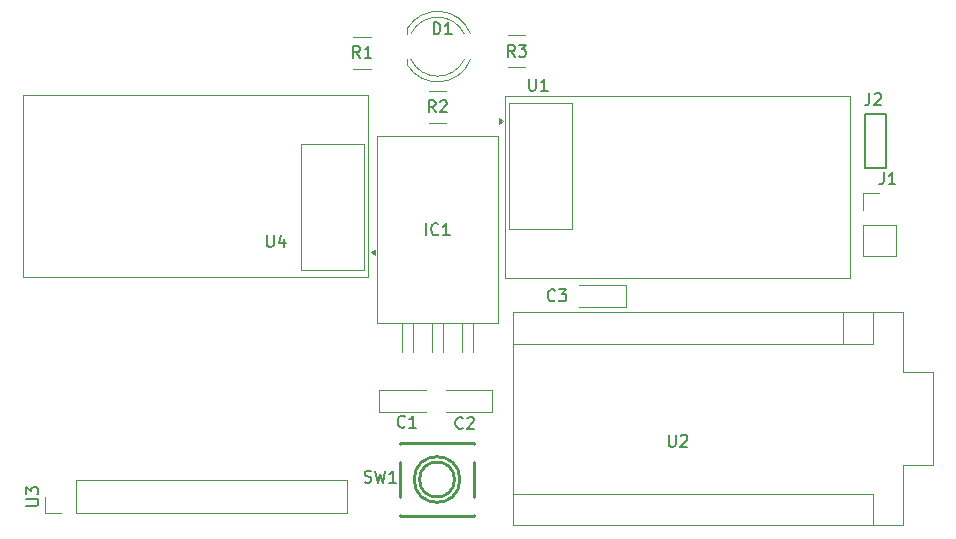
<source format=gbr>
%TF.GenerationSoftware,KiCad,Pcbnew,9.0.2*%
%TF.CreationDate,2025-07-30T22:52:36+05:30*%
%TF.ProjectId,VoidLens VR PCB,566f6964-4c65-46e7-9320-565220504342,rev?*%
%TF.SameCoordinates,Original*%
%TF.FileFunction,Legend,Top*%
%TF.FilePolarity,Positive*%
%FSLAX46Y46*%
G04 Gerber Fmt 4.6, Leading zero omitted, Abs format (unit mm)*
G04 Created by KiCad (PCBNEW 9.0.2) date 2025-07-30 22:52:36*
%MOMM*%
%LPD*%
G01*
G04 APERTURE LIST*
%ADD10C,0.150000*%
%ADD11C,0.120000*%
%ADD12C,0.254000*%
G04 APERTURE END LIST*
D10*
X138433333Y-80654819D02*
X138100000Y-80178628D01*
X137861905Y-80654819D02*
X137861905Y-79654819D01*
X137861905Y-79654819D02*
X138242857Y-79654819D01*
X138242857Y-79654819D02*
X138338095Y-79702438D01*
X138338095Y-79702438D02*
X138385714Y-79750057D01*
X138385714Y-79750057D02*
X138433333Y-79845295D01*
X138433333Y-79845295D02*
X138433333Y-79988152D01*
X138433333Y-79988152D02*
X138385714Y-80083390D01*
X138385714Y-80083390D02*
X138338095Y-80131009D01*
X138338095Y-80131009D02*
X138242857Y-80178628D01*
X138242857Y-80178628D02*
X137861905Y-80178628D01*
X139385714Y-80654819D02*
X138814286Y-80654819D01*
X139100000Y-80654819D02*
X139100000Y-79654819D01*
X139100000Y-79654819D02*
X139004762Y-79797676D01*
X139004762Y-79797676D02*
X138909524Y-79892914D01*
X138909524Y-79892914D02*
X138814286Y-79940533D01*
X152738095Y-82429819D02*
X152738095Y-83239342D01*
X152738095Y-83239342D02*
X152785714Y-83334580D01*
X152785714Y-83334580D02*
X152833333Y-83382200D01*
X152833333Y-83382200D02*
X152928571Y-83429819D01*
X152928571Y-83429819D02*
X153119047Y-83429819D01*
X153119047Y-83429819D02*
X153214285Y-83382200D01*
X153214285Y-83382200D02*
X153261904Y-83334580D01*
X153261904Y-83334580D02*
X153309523Y-83239342D01*
X153309523Y-83239342D02*
X153309523Y-82429819D01*
X154309523Y-83429819D02*
X153738095Y-83429819D01*
X154023809Y-83429819D02*
X154023809Y-82429819D01*
X154023809Y-82429819D02*
X153928571Y-82572676D01*
X153928571Y-82572676D02*
X153833333Y-82667914D01*
X153833333Y-82667914D02*
X153738095Y-82715533D01*
X110174819Y-118561904D02*
X110984342Y-118561904D01*
X110984342Y-118561904D02*
X111079580Y-118514285D01*
X111079580Y-118514285D02*
X111127200Y-118466666D01*
X111127200Y-118466666D02*
X111174819Y-118371428D01*
X111174819Y-118371428D02*
X111174819Y-118180952D01*
X111174819Y-118180952D02*
X111127200Y-118085714D01*
X111127200Y-118085714D02*
X111079580Y-118038095D01*
X111079580Y-118038095D02*
X110984342Y-117990476D01*
X110984342Y-117990476D02*
X110174819Y-117990476D01*
X110174819Y-117609523D02*
X110174819Y-116990476D01*
X110174819Y-116990476D02*
X110555771Y-117323809D01*
X110555771Y-117323809D02*
X110555771Y-117180952D01*
X110555771Y-117180952D02*
X110603390Y-117085714D01*
X110603390Y-117085714D02*
X110651009Y-117038095D01*
X110651009Y-117038095D02*
X110746247Y-116990476D01*
X110746247Y-116990476D02*
X110984342Y-116990476D01*
X110984342Y-116990476D02*
X111079580Y-117038095D01*
X111079580Y-117038095D02*
X111127200Y-117085714D01*
X111127200Y-117085714D02*
X111174819Y-117180952D01*
X111174819Y-117180952D02*
X111174819Y-117466666D01*
X111174819Y-117466666D02*
X111127200Y-117561904D01*
X111127200Y-117561904D02*
X111079580Y-117609523D01*
X142233333Y-111859580D02*
X142185714Y-111907200D01*
X142185714Y-111907200D02*
X142042857Y-111954819D01*
X142042857Y-111954819D02*
X141947619Y-111954819D01*
X141947619Y-111954819D02*
X141804762Y-111907200D01*
X141804762Y-111907200D02*
X141709524Y-111811961D01*
X141709524Y-111811961D02*
X141661905Y-111716723D01*
X141661905Y-111716723D02*
X141614286Y-111526247D01*
X141614286Y-111526247D02*
X141614286Y-111383390D01*
X141614286Y-111383390D02*
X141661905Y-111192914D01*
X141661905Y-111192914D02*
X141709524Y-111097676D01*
X141709524Y-111097676D02*
X141804762Y-111002438D01*
X141804762Y-111002438D02*
X141947619Y-110954819D01*
X141947619Y-110954819D02*
X142042857Y-110954819D01*
X142042857Y-110954819D02*
X142185714Y-111002438D01*
X142185714Y-111002438D02*
X142233333Y-111050057D01*
X143185714Y-111954819D02*
X142614286Y-111954819D01*
X142900000Y-111954819D02*
X142900000Y-110954819D01*
X142900000Y-110954819D02*
X142804762Y-111097676D01*
X142804762Y-111097676D02*
X142709524Y-111192914D01*
X142709524Y-111192914D02*
X142614286Y-111240533D01*
X182766666Y-90354819D02*
X182766666Y-91069104D01*
X182766666Y-91069104D02*
X182719047Y-91211961D01*
X182719047Y-91211961D02*
X182623809Y-91307200D01*
X182623809Y-91307200D02*
X182480952Y-91354819D01*
X182480952Y-91354819D02*
X182385714Y-91354819D01*
X183766666Y-91354819D02*
X183195238Y-91354819D01*
X183480952Y-91354819D02*
X183480952Y-90354819D01*
X183480952Y-90354819D02*
X183385714Y-90497676D01*
X183385714Y-90497676D02*
X183290476Y-90592914D01*
X183290476Y-90592914D02*
X183195238Y-90640533D01*
X130538095Y-95654819D02*
X130538095Y-96464342D01*
X130538095Y-96464342D02*
X130585714Y-96559580D01*
X130585714Y-96559580D02*
X130633333Y-96607200D01*
X130633333Y-96607200D02*
X130728571Y-96654819D01*
X130728571Y-96654819D02*
X130919047Y-96654819D01*
X130919047Y-96654819D02*
X131014285Y-96607200D01*
X131014285Y-96607200D02*
X131061904Y-96559580D01*
X131061904Y-96559580D02*
X131109523Y-96464342D01*
X131109523Y-96464342D02*
X131109523Y-95654819D01*
X132014285Y-95988152D02*
X132014285Y-96654819D01*
X131776190Y-95607200D02*
X131538095Y-96321485D01*
X131538095Y-96321485D02*
X132157142Y-96321485D01*
X144833333Y-85254819D02*
X144500000Y-84778628D01*
X144261905Y-85254819D02*
X144261905Y-84254819D01*
X144261905Y-84254819D02*
X144642857Y-84254819D01*
X144642857Y-84254819D02*
X144738095Y-84302438D01*
X144738095Y-84302438D02*
X144785714Y-84350057D01*
X144785714Y-84350057D02*
X144833333Y-84445295D01*
X144833333Y-84445295D02*
X144833333Y-84588152D01*
X144833333Y-84588152D02*
X144785714Y-84683390D01*
X144785714Y-84683390D02*
X144738095Y-84731009D01*
X144738095Y-84731009D02*
X144642857Y-84778628D01*
X144642857Y-84778628D02*
X144261905Y-84778628D01*
X145214286Y-84350057D02*
X145261905Y-84302438D01*
X145261905Y-84302438D02*
X145357143Y-84254819D01*
X145357143Y-84254819D02*
X145595238Y-84254819D01*
X145595238Y-84254819D02*
X145690476Y-84302438D01*
X145690476Y-84302438D02*
X145738095Y-84350057D01*
X145738095Y-84350057D02*
X145785714Y-84445295D01*
X145785714Y-84445295D02*
X145785714Y-84540533D01*
X145785714Y-84540533D02*
X145738095Y-84683390D01*
X145738095Y-84683390D02*
X145166667Y-85254819D01*
X145166667Y-85254819D02*
X145785714Y-85254819D01*
X144661905Y-78654819D02*
X144661905Y-77654819D01*
X144661905Y-77654819D02*
X144900000Y-77654819D01*
X144900000Y-77654819D02*
X145042857Y-77702438D01*
X145042857Y-77702438D02*
X145138095Y-77797676D01*
X145138095Y-77797676D02*
X145185714Y-77892914D01*
X145185714Y-77892914D02*
X145233333Y-78083390D01*
X145233333Y-78083390D02*
X145233333Y-78226247D01*
X145233333Y-78226247D02*
X145185714Y-78416723D01*
X145185714Y-78416723D02*
X145138095Y-78511961D01*
X145138095Y-78511961D02*
X145042857Y-78607200D01*
X145042857Y-78607200D02*
X144900000Y-78654819D01*
X144900000Y-78654819D02*
X144661905Y-78654819D01*
X146185714Y-78654819D02*
X145614286Y-78654819D01*
X145900000Y-78654819D02*
X145900000Y-77654819D01*
X145900000Y-77654819D02*
X145804762Y-77797676D01*
X145804762Y-77797676D02*
X145709524Y-77892914D01*
X145709524Y-77892914D02*
X145614286Y-77940533D01*
X151533333Y-80554819D02*
X151200000Y-80078628D01*
X150961905Y-80554819D02*
X150961905Y-79554819D01*
X150961905Y-79554819D02*
X151342857Y-79554819D01*
X151342857Y-79554819D02*
X151438095Y-79602438D01*
X151438095Y-79602438D02*
X151485714Y-79650057D01*
X151485714Y-79650057D02*
X151533333Y-79745295D01*
X151533333Y-79745295D02*
X151533333Y-79888152D01*
X151533333Y-79888152D02*
X151485714Y-79983390D01*
X151485714Y-79983390D02*
X151438095Y-80031009D01*
X151438095Y-80031009D02*
X151342857Y-80078628D01*
X151342857Y-80078628D02*
X150961905Y-80078628D01*
X151866667Y-79554819D02*
X152485714Y-79554819D01*
X152485714Y-79554819D02*
X152152381Y-79935771D01*
X152152381Y-79935771D02*
X152295238Y-79935771D01*
X152295238Y-79935771D02*
X152390476Y-79983390D01*
X152390476Y-79983390D02*
X152438095Y-80031009D01*
X152438095Y-80031009D02*
X152485714Y-80126247D01*
X152485714Y-80126247D02*
X152485714Y-80364342D01*
X152485714Y-80364342D02*
X152438095Y-80459580D01*
X152438095Y-80459580D02*
X152390476Y-80507200D01*
X152390476Y-80507200D02*
X152295238Y-80554819D01*
X152295238Y-80554819D02*
X152009524Y-80554819D01*
X152009524Y-80554819D02*
X151914286Y-80507200D01*
X151914286Y-80507200D02*
X151866667Y-80459580D01*
X181566666Y-83654819D02*
X181566666Y-84369104D01*
X181566666Y-84369104D02*
X181519047Y-84511961D01*
X181519047Y-84511961D02*
X181423809Y-84607200D01*
X181423809Y-84607200D02*
X181280952Y-84654819D01*
X181280952Y-84654819D02*
X181185714Y-84654819D01*
X181995238Y-83750057D02*
X182042857Y-83702438D01*
X182042857Y-83702438D02*
X182138095Y-83654819D01*
X182138095Y-83654819D02*
X182376190Y-83654819D01*
X182376190Y-83654819D02*
X182471428Y-83702438D01*
X182471428Y-83702438D02*
X182519047Y-83750057D01*
X182519047Y-83750057D02*
X182566666Y-83845295D01*
X182566666Y-83845295D02*
X182566666Y-83940533D01*
X182566666Y-83940533D02*
X182519047Y-84083390D01*
X182519047Y-84083390D02*
X181947619Y-84654819D01*
X181947619Y-84654819D02*
X182566666Y-84654819D01*
X147133333Y-111959580D02*
X147085714Y-112007200D01*
X147085714Y-112007200D02*
X146942857Y-112054819D01*
X146942857Y-112054819D02*
X146847619Y-112054819D01*
X146847619Y-112054819D02*
X146704762Y-112007200D01*
X146704762Y-112007200D02*
X146609524Y-111911961D01*
X146609524Y-111911961D02*
X146561905Y-111816723D01*
X146561905Y-111816723D02*
X146514286Y-111626247D01*
X146514286Y-111626247D02*
X146514286Y-111483390D01*
X146514286Y-111483390D02*
X146561905Y-111292914D01*
X146561905Y-111292914D02*
X146609524Y-111197676D01*
X146609524Y-111197676D02*
X146704762Y-111102438D01*
X146704762Y-111102438D02*
X146847619Y-111054819D01*
X146847619Y-111054819D02*
X146942857Y-111054819D01*
X146942857Y-111054819D02*
X147085714Y-111102438D01*
X147085714Y-111102438D02*
X147133333Y-111150057D01*
X147514286Y-111150057D02*
X147561905Y-111102438D01*
X147561905Y-111102438D02*
X147657143Y-111054819D01*
X147657143Y-111054819D02*
X147895238Y-111054819D01*
X147895238Y-111054819D02*
X147990476Y-111102438D01*
X147990476Y-111102438D02*
X148038095Y-111150057D01*
X148038095Y-111150057D02*
X148085714Y-111245295D01*
X148085714Y-111245295D02*
X148085714Y-111340533D01*
X148085714Y-111340533D02*
X148038095Y-111483390D01*
X148038095Y-111483390D02*
X147466667Y-112054819D01*
X147466667Y-112054819D02*
X148085714Y-112054819D01*
X144023810Y-95654819D02*
X144023810Y-94654819D01*
X145071428Y-95559580D02*
X145023809Y-95607200D01*
X145023809Y-95607200D02*
X144880952Y-95654819D01*
X144880952Y-95654819D02*
X144785714Y-95654819D01*
X144785714Y-95654819D02*
X144642857Y-95607200D01*
X144642857Y-95607200D02*
X144547619Y-95511961D01*
X144547619Y-95511961D02*
X144500000Y-95416723D01*
X144500000Y-95416723D02*
X144452381Y-95226247D01*
X144452381Y-95226247D02*
X144452381Y-95083390D01*
X144452381Y-95083390D02*
X144500000Y-94892914D01*
X144500000Y-94892914D02*
X144547619Y-94797676D01*
X144547619Y-94797676D02*
X144642857Y-94702438D01*
X144642857Y-94702438D02*
X144785714Y-94654819D01*
X144785714Y-94654819D02*
X144880952Y-94654819D01*
X144880952Y-94654819D02*
X145023809Y-94702438D01*
X145023809Y-94702438D02*
X145071428Y-94750057D01*
X146023809Y-95654819D02*
X145452381Y-95654819D01*
X145738095Y-95654819D02*
X145738095Y-94654819D01*
X145738095Y-94654819D02*
X145642857Y-94797676D01*
X145642857Y-94797676D02*
X145547619Y-94892914D01*
X145547619Y-94892914D02*
X145452381Y-94940533D01*
X154933333Y-101159580D02*
X154885714Y-101207200D01*
X154885714Y-101207200D02*
X154742857Y-101254819D01*
X154742857Y-101254819D02*
X154647619Y-101254819D01*
X154647619Y-101254819D02*
X154504762Y-101207200D01*
X154504762Y-101207200D02*
X154409524Y-101111961D01*
X154409524Y-101111961D02*
X154361905Y-101016723D01*
X154361905Y-101016723D02*
X154314286Y-100826247D01*
X154314286Y-100826247D02*
X154314286Y-100683390D01*
X154314286Y-100683390D02*
X154361905Y-100492914D01*
X154361905Y-100492914D02*
X154409524Y-100397676D01*
X154409524Y-100397676D02*
X154504762Y-100302438D01*
X154504762Y-100302438D02*
X154647619Y-100254819D01*
X154647619Y-100254819D02*
X154742857Y-100254819D01*
X154742857Y-100254819D02*
X154885714Y-100302438D01*
X154885714Y-100302438D02*
X154933333Y-100350057D01*
X155266667Y-100254819D02*
X155885714Y-100254819D01*
X155885714Y-100254819D02*
X155552381Y-100635771D01*
X155552381Y-100635771D02*
X155695238Y-100635771D01*
X155695238Y-100635771D02*
X155790476Y-100683390D01*
X155790476Y-100683390D02*
X155838095Y-100731009D01*
X155838095Y-100731009D02*
X155885714Y-100826247D01*
X155885714Y-100826247D02*
X155885714Y-101064342D01*
X155885714Y-101064342D02*
X155838095Y-101159580D01*
X155838095Y-101159580D02*
X155790476Y-101207200D01*
X155790476Y-101207200D02*
X155695238Y-101254819D01*
X155695238Y-101254819D02*
X155409524Y-101254819D01*
X155409524Y-101254819D02*
X155314286Y-101207200D01*
X155314286Y-101207200D02*
X155266667Y-101159580D01*
X138816667Y-116557200D02*
X138959524Y-116604819D01*
X138959524Y-116604819D02*
X139197619Y-116604819D01*
X139197619Y-116604819D02*
X139292857Y-116557200D01*
X139292857Y-116557200D02*
X139340476Y-116509580D01*
X139340476Y-116509580D02*
X139388095Y-116414342D01*
X139388095Y-116414342D02*
X139388095Y-116319104D01*
X139388095Y-116319104D02*
X139340476Y-116223866D01*
X139340476Y-116223866D02*
X139292857Y-116176247D01*
X139292857Y-116176247D02*
X139197619Y-116128628D01*
X139197619Y-116128628D02*
X139007143Y-116081009D01*
X139007143Y-116081009D02*
X138911905Y-116033390D01*
X138911905Y-116033390D02*
X138864286Y-115985771D01*
X138864286Y-115985771D02*
X138816667Y-115890533D01*
X138816667Y-115890533D02*
X138816667Y-115795295D01*
X138816667Y-115795295D02*
X138864286Y-115700057D01*
X138864286Y-115700057D02*
X138911905Y-115652438D01*
X138911905Y-115652438D02*
X139007143Y-115604819D01*
X139007143Y-115604819D02*
X139245238Y-115604819D01*
X139245238Y-115604819D02*
X139388095Y-115652438D01*
X139721429Y-115604819D02*
X139959524Y-116604819D01*
X139959524Y-116604819D02*
X140150000Y-115890533D01*
X140150000Y-115890533D02*
X140340476Y-116604819D01*
X140340476Y-116604819D02*
X140578572Y-115604819D01*
X141483333Y-116604819D02*
X140911905Y-116604819D01*
X141197619Y-116604819D02*
X141197619Y-115604819D01*
X141197619Y-115604819D02*
X141102381Y-115747676D01*
X141102381Y-115747676D02*
X141007143Y-115842914D01*
X141007143Y-115842914D02*
X140911905Y-115890533D01*
X164588095Y-112574819D02*
X164588095Y-113384342D01*
X164588095Y-113384342D02*
X164635714Y-113479580D01*
X164635714Y-113479580D02*
X164683333Y-113527200D01*
X164683333Y-113527200D02*
X164778571Y-113574819D01*
X164778571Y-113574819D02*
X164969047Y-113574819D01*
X164969047Y-113574819D02*
X165064285Y-113527200D01*
X165064285Y-113527200D02*
X165111904Y-113479580D01*
X165111904Y-113479580D02*
X165159523Y-113384342D01*
X165159523Y-113384342D02*
X165159523Y-112574819D01*
X165588095Y-112670057D02*
X165635714Y-112622438D01*
X165635714Y-112622438D02*
X165730952Y-112574819D01*
X165730952Y-112574819D02*
X165969047Y-112574819D01*
X165969047Y-112574819D02*
X166064285Y-112622438D01*
X166064285Y-112622438D02*
X166111904Y-112670057D01*
X166111904Y-112670057D02*
X166159523Y-112765295D01*
X166159523Y-112765295D02*
X166159523Y-112860533D01*
X166159523Y-112860533D02*
X166111904Y-113003390D01*
X166111904Y-113003390D02*
X165540476Y-113574819D01*
X165540476Y-113574819D02*
X166159523Y-113574819D01*
D11*
%TO.C,R1*%
X137876263Y-78845000D02*
X139323737Y-78845000D01*
X137876263Y-81555000D02*
X139323737Y-81555000D01*
%TO.C,U1*%
X150710500Y-83875000D02*
X150710500Y-83875000D01*
X150710500Y-83875000D02*
X179910500Y-83875000D01*
X150710500Y-99325000D02*
X150710500Y-83875000D01*
X151040500Y-84451000D02*
X151040500Y-84451000D01*
X151040500Y-84451000D02*
X156374500Y-84451000D01*
X151040500Y-95119000D02*
X151040500Y-84451000D01*
X151040500Y-95119000D02*
X151040500Y-95119000D01*
X156374500Y-84451000D02*
X156374500Y-95119000D01*
X156374500Y-95119000D02*
X151040500Y-95119000D01*
X179910500Y-83875000D02*
X179910500Y-99325000D01*
X179910500Y-99325000D02*
X150710500Y-99325000D01*
X150510500Y-85975000D02*
X150174500Y-86215000D01*
X150174500Y-85735000D01*
X150510500Y-85975000D01*
G36*
X150510500Y-85975000D02*
G01*
X150174500Y-86215000D01*
X150174500Y-85735000D01*
X150510500Y-85975000D01*
G37*
%TO.C,U3*%
X111720000Y-119180000D02*
X111720000Y-117800000D01*
X113100000Y-119180000D02*
X111720000Y-119180000D01*
X114370000Y-116420000D02*
X137340000Y-116420000D01*
X114370000Y-119180000D02*
X114370000Y-116420000D01*
X114370000Y-119180000D02*
X137340000Y-119180000D01*
X137340000Y-119180000D02*
X137340000Y-116420000D01*
%TO.C,C1*%
X140080000Y-108745000D02*
X140080000Y-110655000D01*
X140080000Y-110655000D02*
X144000000Y-110655000D01*
X144000000Y-108745000D02*
X140080000Y-108745000D01*
%TO.C,J1*%
X181020000Y-92120000D02*
X182400000Y-92120000D01*
X181020000Y-93500000D02*
X181020000Y-92120000D01*
X181020000Y-94770000D02*
X181020000Y-97420000D01*
X181020000Y-94770000D02*
X183780000Y-94770000D01*
X181020000Y-97420000D02*
X183780000Y-97420000D01*
X183780000Y-94770000D02*
X183780000Y-97420000D01*
%TO.C,U4*%
X109940000Y-83770000D02*
X139140000Y-83770000D01*
X109940000Y-99220000D02*
X109940000Y-83770000D01*
X133476000Y-87976000D02*
X138810000Y-87976000D01*
X133476000Y-98644000D02*
X133476000Y-87976000D01*
X138810000Y-87976000D02*
X138810000Y-87976000D01*
X138810000Y-87976000D02*
X138810000Y-98644000D01*
X138810000Y-98644000D02*
X133476000Y-98644000D01*
X138810000Y-98644000D02*
X138810000Y-98644000D01*
X139140000Y-83770000D02*
X139140000Y-99220000D01*
X139140000Y-99220000D02*
X109940000Y-99220000D01*
X139140000Y-99220000D02*
X139140000Y-99220000D01*
X139676000Y-97360000D02*
X139340000Y-97120000D01*
X139676000Y-96880000D01*
X139676000Y-97360000D01*
G36*
X139676000Y-97360000D02*
G01*
X139340000Y-97120000D01*
X139676000Y-96880000D01*
X139676000Y-97360000D01*
G37*
%TO.C,R2*%
X145723737Y-83445000D02*
X144276263Y-83445000D01*
X145723737Y-86155000D02*
X144276263Y-86155000D01*
%TO.C,D1*%
X142440000Y-78155000D02*
X142440000Y-78620000D01*
X142440000Y-80780000D02*
X142440000Y-81245000D01*
X142440000Y-78155170D02*
G75*
G02*
X147788136Y-78620000I2560000J-1544830D01*
G01*
X142745316Y-78620000D02*
G75*
G02*
X147254684Y-78620000I2254684J-1080000D01*
G01*
X147254684Y-80780000D02*
G75*
G02*
X142745316Y-80780000I-2254684J1080000D01*
G01*
X147788136Y-80780000D02*
G75*
G02*
X142440000Y-81244830I-2788136J1080000D01*
G01*
%TO.C,R3*%
X152423737Y-78745000D02*
X150976263Y-78745000D01*
X152423737Y-81455000D02*
X150976263Y-81455000D01*
D10*
%TO.C,J2*%
X181200000Y-85380000D02*
X181700000Y-85380000D01*
X181200000Y-85415000D02*
X181200000Y-85380000D01*
X181200000Y-85450000D02*
X181200000Y-85380000D01*
X181200000Y-85880000D02*
X181200000Y-85450000D01*
X181200000Y-89480000D02*
X181200000Y-85880000D01*
X181200000Y-89480000D02*
X181200000Y-89980000D01*
X181200000Y-89980000D02*
X181700000Y-89980000D01*
X181700000Y-85380000D02*
X182500000Y-85380000D01*
X182500000Y-85380000D02*
X183000000Y-85380000D01*
X182500000Y-89980000D02*
X181700000Y-89980000D01*
X182500000Y-89980000D02*
X183000000Y-89980000D01*
X183000000Y-85880000D02*
X183000000Y-85380000D01*
X183000000Y-85880000D02*
X183000000Y-89480000D01*
X183000000Y-89480000D02*
X183000000Y-89980000D01*
D11*
%TO.C,C2*%
X145700000Y-110655000D02*
X149620000Y-110655000D01*
X149620000Y-108745000D02*
X145700000Y-108745000D01*
X149620000Y-110655000D02*
X149620000Y-108745000D01*
%TO.C,IC1*%
X139890000Y-87260000D02*
X150110000Y-87260000D01*
X139890000Y-103130000D02*
X139890000Y-87260000D01*
X139890000Y-103130000D02*
X150110000Y-103130000D01*
X141975000Y-103130000D02*
X141975000Y-105570000D01*
X142945000Y-103130000D02*
X142945000Y-105570000D01*
X144515000Y-103130000D02*
X144515000Y-105570000D01*
X145485000Y-103130000D02*
X145485000Y-105570000D01*
X147055000Y-103130000D02*
X147055000Y-105570000D01*
X148025000Y-103130000D02*
X148025000Y-105570000D01*
X150110000Y-103130000D02*
X150110000Y-87260000D01*
%TO.C,C3*%
X157000000Y-101755000D02*
X160920000Y-101755000D01*
X160920000Y-99845000D02*
X157000000Y-99845000D01*
X160920000Y-101755000D02*
X160920000Y-99845000D01*
D12*
%TO.C,SW1*%
X141850000Y-113250000D02*
X141850000Y-113319000D01*
X141850000Y-113250000D02*
X148050000Y-113250000D01*
X141850000Y-114881000D02*
X141850000Y-117819000D01*
X141850000Y-119381000D02*
X141850000Y-119450000D01*
X141850000Y-119450000D02*
X148050000Y-119450000D01*
X148050000Y-113250000D02*
X148050000Y-113319000D01*
X148050000Y-114881000D02*
X148050000Y-117819000D01*
X148050000Y-119381000D02*
X148050000Y-119450000D01*
X146431000Y-116350000D02*
G75*
G02*
X143469000Y-116350000I-1481000J0D01*
G01*
X143469000Y-116350000D02*
G75*
G02*
X146431000Y-116350000I1481000J0D01*
G01*
X146888500Y-116350000D02*
G75*
G02*
X143011500Y-116350000I-1938500J0D01*
G01*
X143011500Y-116350000D02*
G75*
G02*
X146888500Y-116350000I1938500J0D01*
G01*
D11*
%TO.C,U2*%
X151370000Y-102203000D02*
X151370000Y-117570000D01*
X151370000Y-104870000D02*
X151370000Y-102200000D01*
X151370000Y-104870000D02*
X181850000Y-104870000D01*
X151370000Y-117570000D02*
X151370000Y-120237000D01*
X151370000Y-120237000D02*
X184390000Y-120237000D01*
X153910000Y-117570000D02*
X151370000Y-117570000D01*
X153910000Y-117570000D02*
X181850000Y-117570000D01*
X179310000Y-104870000D02*
X179310000Y-102200000D01*
X181850000Y-104870000D02*
X181850000Y-102200000D01*
X181850000Y-117570000D02*
X181850000Y-120240000D01*
X184390000Y-102203000D02*
X151370000Y-102200000D01*
X184390000Y-107283000D02*
X184390000Y-102203000D01*
X184390000Y-120237000D02*
X184390000Y-115157000D01*
X186930000Y-107283000D02*
X184390000Y-107283000D01*
X186930000Y-115157000D02*
X184390000Y-115157000D01*
X186930000Y-115157000D02*
X186930000Y-107283000D01*
%TD*%
M02*

</source>
